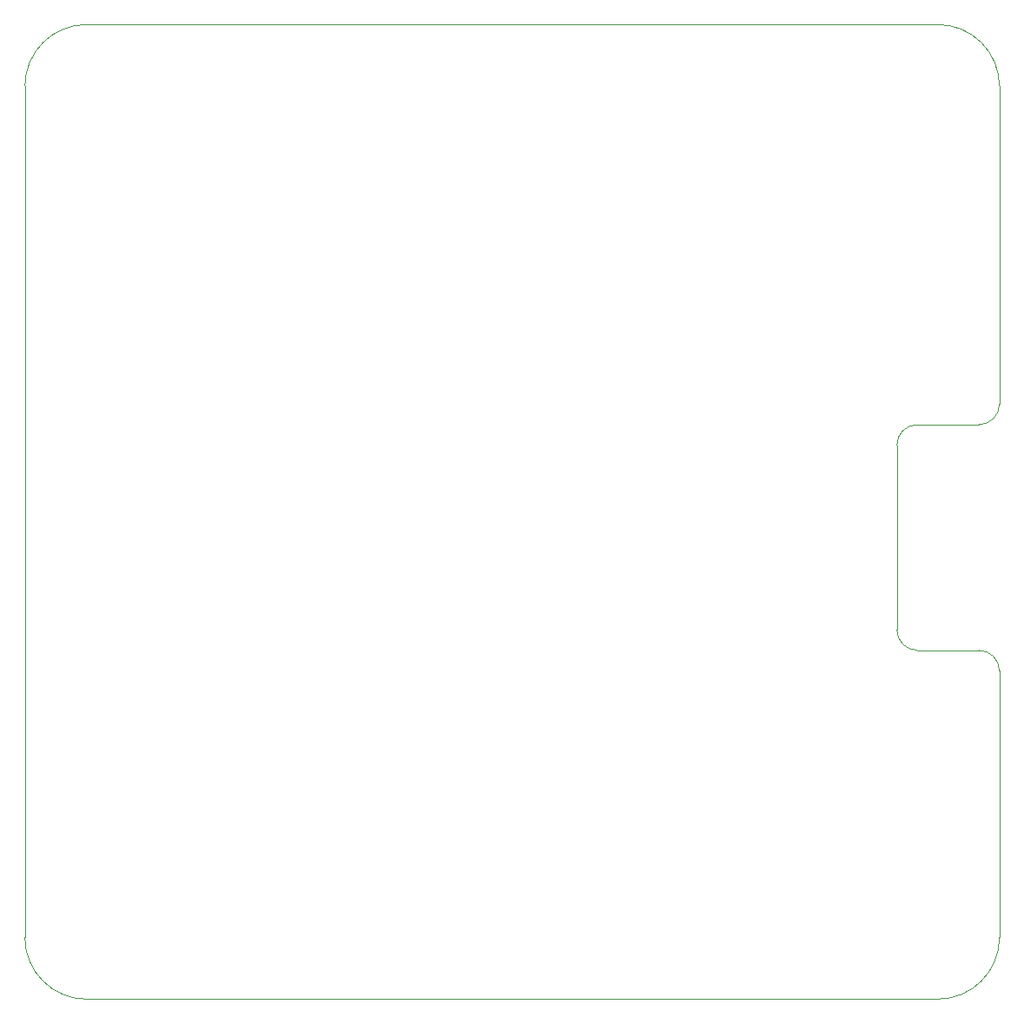
<source format=gbr>
G04 #@! TF.GenerationSoftware,KiCad,Pcbnew,(5.0.2)-1*
G04 #@! TF.CreationDate,2019-11-20T10:48:52-05:00*
G04 #@! TF.ProjectId,EP2C5-DB,45503243-352d-4444-922e-6b696361645f,X2*
G04 #@! TF.SameCoordinates,Original*
G04 #@! TF.FileFunction,Profile,NP*
%FSLAX46Y46*%
G04 Gerber Fmt 4.6, Leading zero omitted, Abs format (unit mm)*
G04 Created by KiCad (PCBNEW (5.0.2)-1) date 11/20/2019 10:48:52 AM*
%MOMM*%
%LPD*%
G01*
G04 APERTURE LIST*
%ADD10C,0.100000*%
G04 APERTURE END LIST*
D10*
X97000000Y-49000000D02*
X103000000Y-49000000D01*
X103000000Y-71000000D02*
X97000000Y-71000000D01*
X105000000Y-73000000D02*
X105000000Y-99000000D01*
X105000000Y-47000000D02*
X105000000Y-16000000D01*
X95000000Y-69000000D02*
G75*
G03X97000000Y-71000000I2000000J0D01*
G01*
X97000000Y-49000000D02*
G75*
G03X95000000Y-51000000I0J-2000000D01*
G01*
X95000000Y-51000000D02*
X95000000Y-69000000D01*
X103000000Y-49000000D02*
G75*
G03X105000000Y-47000000I0J2000000D01*
G01*
X105000000Y-73000000D02*
G75*
G03X103000000Y-71000000I-2000000J0D01*
G01*
X16000000Y-105000000D02*
X99000000Y-105000000D01*
X99000000Y-10000000D02*
X16000000Y-10000000D01*
X10000000Y-99000000D02*
X10000000Y-16000000D01*
X10000000Y-99000000D02*
G75*
G03X16000000Y-105000000I6000000J0D01*
G01*
X99000000Y-105000000D02*
G75*
G03X105000000Y-99000000I0J6000000D01*
G01*
X105000000Y-16000000D02*
G75*
G03X99000000Y-10000000I-6000000J0D01*
G01*
X16000000Y-10000000D02*
G75*
G03X10000000Y-16000000I0J-6000000D01*
G01*
M02*

</source>
